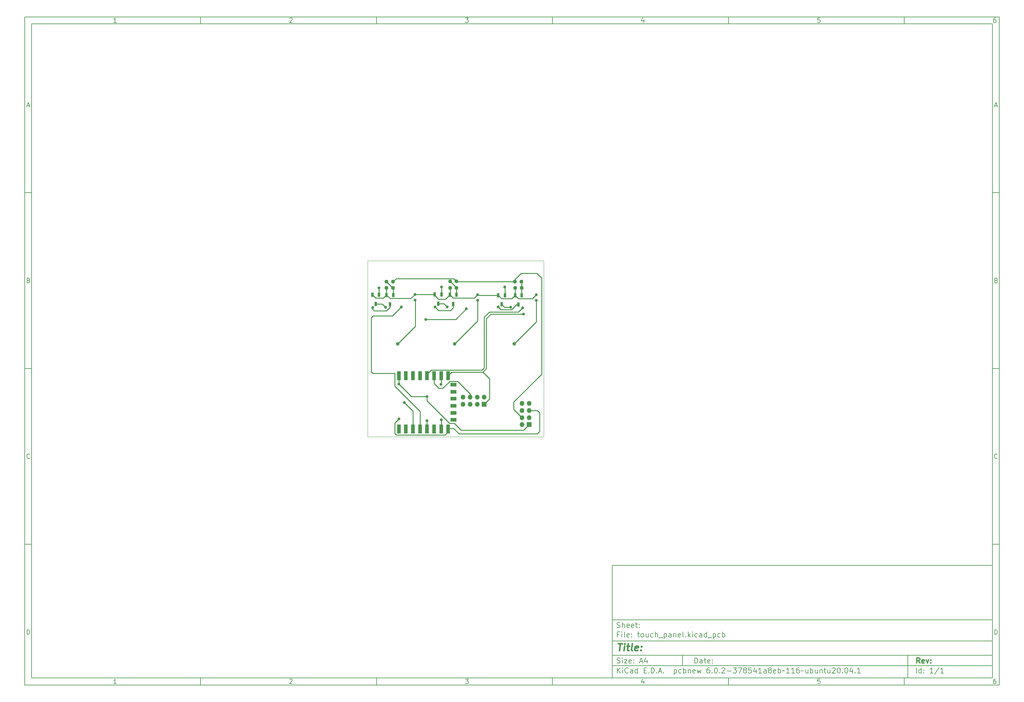
<source format=gbr>
%TF.GenerationSoftware,KiCad,Pcbnew,6.0.2-378541a8eb~116~ubuntu20.04.1*%
%TF.CreationDate,2022-03-13T21:59:14+03:30*%
%TF.ProjectId,touch_panel,746f7563-685f-4706-916e-656c2e6b6963,rev?*%
%TF.SameCoordinates,Original*%
%TF.FileFunction,Copper,L2,Bot*%
%TF.FilePolarity,Positive*%
%FSLAX46Y46*%
G04 Gerber Fmt 4.6, Leading zero omitted, Abs format (unit mm)*
G04 Created by KiCad (PCBNEW 6.0.2-378541a8eb~116~ubuntu20.04.1) date 2022-03-13 21:59:14*
%MOMM*%
%LPD*%
G01*
G04 APERTURE LIST*
G04 Aperture macros list*
%AMRoundRect*
0 Rectangle with rounded corners*
0 $1 Rounding radius*
0 $2 $3 $4 $5 $6 $7 $8 $9 X,Y pos of 4 corners*
0 Add a 4 corners polygon primitive as box body*
4,1,4,$2,$3,$4,$5,$6,$7,$8,$9,$2,$3,0*
0 Add four circle primitives for the rounded corners*
1,1,$1+$1,$2,$3*
1,1,$1+$1,$4,$5*
1,1,$1+$1,$6,$7*
1,1,$1+$1,$8,$9*
0 Add four rect primitives between the rounded corners*
20,1,$1+$1,$2,$3,$4,$5,0*
20,1,$1+$1,$4,$5,$6,$7,0*
20,1,$1+$1,$6,$7,$8,$9,0*
20,1,$1+$1,$8,$9,$2,$3,0*%
G04 Aperture macros list end*
%ADD10C,0.100000*%
%ADD11C,0.150000*%
%ADD12C,0.300000*%
%ADD13C,0.400000*%
%TA.AperFunction,Profile*%
%ADD14C,0.100000*%
%TD*%
%TA.AperFunction,ComponentPad*%
%ADD15C,1.000000*%
%TD*%
%TA.AperFunction,ComponentPad*%
%ADD16R,1.350000X1.350000*%
%TD*%
%TA.AperFunction,ComponentPad*%
%ADD17O,1.350000X1.350000*%
%TD*%
%TA.AperFunction,SMDPad,CuDef*%
%ADD18RoundRect,0.237500X-0.250000X-0.237500X0.250000X-0.237500X0.250000X0.237500X-0.250000X0.237500X0*%
%TD*%
%TA.AperFunction,SMDPad,CuDef*%
%ADD19R,0.650000X1.220000*%
%TD*%
%TA.AperFunction,SMDPad,CuDef*%
%ADD20RoundRect,0.237500X0.250000X0.237500X-0.250000X0.237500X-0.250000X-0.237500X0.250000X-0.237500X0*%
%TD*%
%TA.AperFunction,SMDPad,CuDef*%
%ADD21R,1.000000X2.500000*%
%TD*%
%TA.AperFunction,SMDPad,CuDef*%
%ADD22R,1.800000X1.000000*%
%TD*%
%TA.AperFunction,ViaPad*%
%ADD23C,0.800000*%
%TD*%
%TA.AperFunction,Conductor*%
%ADD24C,0.250000*%
%TD*%
G04 APERTURE END LIST*
D10*
D11*
X177002200Y-166007200D02*
X177002200Y-198007200D01*
X285002200Y-198007200D01*
X285002200Y-166007200D01*
X177002200Y-166007200D01*
D10*
D11*
X10000000Y-10000000D02*
X10000000Y-200007200D01*
X287002200Y-200007200D01*
X287002200Y-10000000D01*
X10000000Y-10000000D01*
D10*
D11*
X12000000Y-12000000D02*
X12000000Y-198007200D01*
X285002200Y-198007200D01*
X285002200Y-12000000D01*
X12000000Y-12000000D01*
D10*
D11*
X60000000Y-12000000D02*
X60000000Y-10000000D01*
D10*
D11*
X110000000Y-12000000D02*
X110000000Y-10000000D01*
D10*
D11*
X160000000Y-12000000D02*
X160000000Y-10000000D01*
D10*
D11*
X210000000Y-12000000D02*
X210000000Y-10000000D01*
D10*
D11*
X260000000Y-12000000D02*
X260000000Y-10000000D01*
D10*
D11*
X36065476Y-11588095D02*
X35322619Y-11588095D01*
X35694047Y-11588095D02*
X35694047Y-10288095D01*
X35570238Y-10473809D01*
X35446428Y-10597619D01*
X35322619Y-10659523D01*
D10*
D11*
X85322619Y-10411904D02*
X85384523Y-10350000D01*
X85508333Y-10288095D01*
X85817857Y-10288095D01*
X85941666Y-10350000D01*
X86003571Y-10411904D01*
X86065476Y-10535714D01*
X86065476Y-10659523D01*
X86003571Y-10845238D01*
X85260714Y-11588095D01*
X86065476Y-11588095D01*
D10*
D11*
X135260714Y-10288095D02*
X136065476Y-10288095D01*
X135632142Y-10783333D01*
X135817857Y-10783333D01*
X135941666Y-10845238D01*
X136003571Y-10907142D01*
X136065476Y-11030952D01*
X136065476Y-11340476D01*
X136003571Y-11464285D01*
X135941666Y-11526190D01*
X135817857Y-11588095D01*
X135446428Y-11588095D01*
X135322619Y-11526190D01*
X135260714Y-11464285D01*
D10*
D11*
X185941666Y-10721428D02*
X185941666Y-11588095D01*
X185632142Y-10226190D02*
X185322619Y-11154761D01*
X186127380Y-11154761D01*
D10*
D11*
X236003571Y-10288095D02*
X235384523Y-10288095D01*
X235322619Y-10907142D01*
X235384523Y-10845238D01*
X235508333Y-10783333D01*
X235817857Y-10783333D01*
X235941666Y-10845238D01*
X236003571Y-10907142D01*
X236065476Y-11030952D01*
X236065476Y-11340476D01*
X236003571Y-11464285D01*
X235941666Y-11526190D01*
X235817857Y-11588095D01*
X235508333Y-11588095D01*
X235384523Y-11526190D01*
X235322619Y-11464285D01*
D10*
D11*
X285941666Y-10288095D02*
X285694047Y-10288095D01*
X285570238Y-10350000D01*
X285508333Y-10411904D01*
X285384523Y-10597619D01*
X285322619Y-10845238D01*
X285322619Y-11340476D01*
X285384523Y-11464285D01*
X285446428Y-11526190D01*
X285570238Y-11588095D01*
X285817857Y-11588095D01*
X285941666Y-11526190D01*
X286003571Y-11464285D01*
X286065476Y-11340476D01*
X286065476Y-11030952D01*
X286003571Y-10907142D01*
X285941666Y-10845238D01*
X285817857Y-10783333D01*
X285570238Y-10783333D01*
X285446428Y-10845238D01*
X285384523Y-10907142D01*
X285322619Y-11030952D01*
D10*
D11*
X60000000Y-198007200D02*
X60000000Y-200007200D01*
D10*
D11*
X110000000Y-198007200D02*
X110000000Y-200007200D01*
D10*
D11*
X160000000Y-198007200D02*
X160000000Y-200007200D01*
D10*
D11*
X210000000Y-198007200D02*
X210000000Y-200007200D01*
D10*
D11*
X260000000Y-198007200D02*
X260000000Y-200007200D01*
D10*
D11*
X36065476Y-199595295D02*
X35322619Y-199595295D01*
X35694047Y-199595295D02*
X35694047Y-198295295D01*
X35570238Y-198481009D01*
X35446428Y-198604819D01*
X35322619Y-198666723D01*
D10*
D11*
X85322619Y-198419104D02*
X85384523Y-198357200D01*
X85508333Y-198295295D01*
X85817857Y-198295295D01*
X85941666Y-198357200D01*
X86003571Y-198419104D01*
X86065476Y-198542914D01*
X86065476Y-198666723D01*
X86003571Y-198852438D01*
X85260714Y-199595295D01*
X86065476Y-199595295D01*
D10*
D11*
X135260714Y-198295295D02*
X136065476Y-198295295D01*
X135632142Y-198790533D01*
X135817857Y-198790533D01*
X135941666Y-198852438D01*
X136003571Y-198914342D01*
X136065476Y-199038152D01*
X136065476Y-199347676D01*
X136003571Y-199471485D01*
X135941666Y-199533390D01*
X135817857Y-199595295D01*
X135446428Y-199595295D01*
X135322619Y-199533390D01*
X135260714Y-199471485D01*
D10*
D11*
X185941666Y-198728628D02*
X185941666Y-199595295D01*
X185632142Y-198233390D02*
X185322619Y-199161961D01*
X186127380Y-199161961D01*
D10*
D11*
X236003571Y-198295295D02*
X235384523Y-198295295D01*
X235322619Y-198914342D01*
X235384523Y-198852438D01*
X235508333Y-198790533D01*
X235817857Y-198790533D01*
X235941666Y-198852438D01*
X236003571Y-198914342D01*
X236065476Y-199038152D01*
X236065476Y-199347676D01*
X236003571Y-199471485D01*
X235941666Y-199533390D01*
X235817857Y-199595295D01*
X235508333Y-199595295D01*
X235384523Y-199533390D01*
X235322619Y-199471485D01*
D10*
D11*
X285941666Y-198295295D02*
X285694047Y-198295295D01*
X285570238Y-198357200D01*
X285508333Y-198419104D01*
X285384523Y-198604819D01*
X285322619Y-198852438D01*
X285322619Y-199347676D01*
X285384523Y-199471485D01*
X285446428Y-199533390D01*
X285570238Y-199595295D01*
X285817857Y-199595295D01*
X285941666Y-199533390D01*
X286003571Y-199471485D01*
X286065476Y-199347676D01*
X286065476Y-199038152D01*
X286003571Y-198914342D01*
X285941666Y-198852438D01*
X285817857Y-198790533D01*
X285570238Y-198790533D01*
X285446428Y-198852438D01*
X285384523Y-198914342D01*
X285322619Y-199038152D01*
D10*
D11*
X10000000Y-60000000D02*
X12000000Y-60000000D01*
D10*
D11*
X10000000Y-110000000D02*
X12000000Y-110000000D01*
D10*
D11*
X10000000Y-160000000D02*
X12000000Y-160000000D01*
D10*
D11*
X10690476Y-35216666D02*
X11309523Y-35216666D01*
X10566666Y-35588095D02*
X11000000Y-34288095D01*
X11433333Y-35588095D01*
D10*
D11*
X11092857Y-84907142D02*
X11278571Y-84969047D01*
X11340476Y-85030952D01*
X11402380Y-85154761D01*
X11402380Y-85340476D01*
X11340476Y-85464285D01*
X11278571Y-85526190D01*
X11154761Y-85588095D01*
X10659523Y-85588095D01*
X10659523Y-84288095D01*
X11092857Y-84288095D01*
X11216666Y-84350000D01*
X11278571Y-84411904D01*
X11340476Y-84535714D01*
X11340476Y-84659523D01*
X11278571Y-84783333D01*
X11216666Y-84845238D01*
X11092857Y-84907142D01*
X10659523Y-84907142D01*
D10*
D11*
X11402380Y-135464285D02*
X11340476Y-135526190D01*
X11154761Y-135588095D01*
X11030952Y-135588095D01*
X10845238Y-135526190D01*
X10721428Y-135402380D01*
X10659523Y-135278571D01*
X10597619Y-135030952D01*
X10597619Y-134845238D01*
X10659523Y-134597619D01*
X10721428Y-134473809D01*
X10845238Y-134350000D01*
X11030952Y-134288095D01*
X11154761Y-134288095D01*
X11340476Y-134350000D01*
X11402380Y-134411904D01*
D10*
D11*
X10659523Y-185588095D02*
X10659523Y-184288095D01*
X10969047Y-184288095D01*
X11154761Y-184350000D01*
X11278571Y-184473809D01*
X11340476Y-184597619D01*
X11402380Y-184845238D01*
X11402380Y-185030952D01*
X11340476Y-185278571D01*
X11278571Y-185402380D01*
X11154761Y-185526190D01*
X10969047Y-185588095D01*
X10659523Y-185588095D01*
D10*
D11*
X287002200Y-60000000D02*
X285002200Y-60000000D01*
D10*
D11*
X287002200Y-110000000D02*
X285002200Y-110000000D01*
D10*
D11*
X287002200Y-160000000D02*
X285002200Y-160000000D01*
D10*
D11*
X285692676Y-35216666D02*
X286311723Y-35216666D01*
X285568866Y-35588095D02*
X286002200Y-34288095D01*
X286435533Y-35588095D01*
D10*
D11*
X286095057Y-84907142D02*
X286280771Y-84969047D01*
X286342676Y-85030952D01*
X286404580Y-85154761D01*
X286404580Y-85340476D01*
X286342676Y-85464285D01*
X286280771Y-85526190D01*
X286156961Y-85588095D01*
X285661723Y-85588095D01*
X285661723Y-84288095D01*
X286095057Y-84288095D01*
X286218866Y-84350000D01*
X286280771Y-84411904D01*
X286342676Y-84535714D01*
X286342676Y-84659523D01*
X286280771Y-84783333D01*
X286218866Y-84845238D01*
X286095057Y-84907142D01*
X285661723Y-84907142D01*
D10*
D11*
X286404580Y-135464285D02*
X286342676Y-135526190D01*
X286156961Y-135588095D01*
X286033152Y-135588095D01*
X285847438Y-135526190D01*
X285723628Y-135402380D01*
X285661723Y-135278571D01*
X285599819Y-135030952D01*
X285599819Y-134845238D01*
X285661723Y-134597619D01*
X285723628Y-134473809D01*
X285847438Y-134350000D01*
X286033152Y-134288095D01*
X286156961Y-134288095D01*
X286342676Y-134350000D01*
X286404580Y-134411904D01*
D10*
D11*
X285661723Y-185588095D02*
X285661723Y-184288095D01*
X285971247Y-184288095D01*
X286156961Y-184350000D01*
X286280771Y-184473809D01*
X286342676Y-184597619D01*
X286404580Y-184845238D01*
X286404580Y-185030952D01*
X286342676Y-185278571D01*
X286280771Y-185402380D01*
X286156961Y-185526190D01*
X285971247Y-185588095D01*
X285661723Y-185588095D01*
D10*
D11*
X200434342Y-193785771D02*
X200434342Y-192285771D01*
X200791485Y-192285771D01*
X201005771Y-192357200D01*
X201148628Y-192500057D01*
X201220057Y-192642914D01*
X201291485Y-192928628D01*
X201291485Y-193142914D01*
X201220057Y-193428628D01*
X201148628Y-193571485D01*
X201005771Y-193714342D01*
X200791485Y-193785771D01*
X200434342Y-193785771D01*
X202577200Y-193785771D02*
X202577200Y-193000057D01*
X202505771Y-192857200D01*
X202362914Y-192785771D01*
X202077200Y-192785771D01*
X201934342Y-192857200D01*
X202577200Y-193714342D02*
X202434342Y-193785771D01*
X202077200Y-193785771D01*
X201934342Y-193714342D01*
X201862914Y-193571485D01*
X201862914Y-193428628D01*
X201934342Y-193285771D01*
X202077200Y-193214342D01*
X202434342Y-193214342D01*
X202577200Y-193142914D01*
X203077200Y-192785771D02*
X203648628Y-192785771D01*
X203291485Y-192285771D02*
X203291485Y-193571485D01*
X203362914Y-193714342D01*
X203505771Y-193785771D01*
X203648628Y-193785771D01*
X204720057Y-193714342D02*
X204577200Y-193785771D01*
X204291485Y-193785771D01*
X204148628Y-193714342D01*
X204077200Y-193571485D01*
X204077200Y-193000057D01*
X204148628Y-192857200D01*
X204291485Y-192785771D01*
X204577200Y-192785771D01*
X204720057Y-192857200D01*
X204791485Y-193000057D01*
X204791485Y-193142914D01*
X204077200Y-193285771D01*
X205434342Y-193642914D02*
X205505771Y-193714342D01*
X205434342Y-193785771D01*
X205362914Y-193714342D01*
X205434342Y-193642914D01*
X205434342Y-193785771D01*
X205434342Y-192857200D02*
X205505771Y-192928628D01*
X205434342Y-193000057D01*
X205362914Y-192928628D01*
X205434342Y-192857200D01*
X205434342Y-193000057D01*
D10*
D11*
X177002200Y-194507200D02*
X285002200Y-194507200D01*
D10*
D11*
X178434342Y-196585771D02*
X178434342Y-195085771D01*
X179291485Y-196585771D02*
X178648628Y-195728628D01*
X179291485Y-195085771D02*
X178434342Y-195942914D01*
X179934342Y-196585771D02*
X179934342Y-195585771D01*
X179934342Y-195085771D02*
X179862914Y-195157200D01*
X179934342Y-195228628D01*
X180005771Y-195157200D01*
X179934342Y-195085771D01*
X179934342Y-195228628D01*
X181505771Y-196442914D02*
X181434342Y-196514342D01*
X181220057Y-196585771D01*
X181077200Y-196585771D01*
X180862914Y-196514342D01*
X180720057Y-196371485D01*
X180648628Y-196228628D01*
X180577200Y-195942914D01*
X180577200Y-195728628D01*
X180648628Y-195442914D01*
X180720057Y-195300057D01*
X180862914Y-195157200D01*
X181077200Y-195085771D01*
X181220057Y-195085771D01*
X181434342Y-195157200D01*
X181505771Y-195228628D01*
X182791485Y-196585771D02*
X182791485Y-195800057D01*
X182720057Y-195657200D01*
X182577200Y-195585771D01*
X182291485Y-195585771D01*
X182148628Y-195657200D01*
X182791485Y-196514342D02*
X182648628Y-196585771D01*
X182291485Y-196585771D01*
X182148628Y-196514342D01*
X182077200Y-196371485D01*
X182077200Y-196228628D01*
X182148628Y-196085771D01*
X182291485Y-196014342D01*
X182648628Y-196014342D01*
X182791485Y-195942914D01*
X184148628Y-196585771D02*
X184148628Y-195085771D01*
X184148628Y-196514342D02*
X184005771Y-196585771D01*
X183720057Y-196585771D01*
X183577200Y-196514342D01*
X183505771Y-196442914D01*
X183434342Y-196300057D01*
X183434342Y-195871485D01*
X183505771Y-195728628D01*
X183577200Y-195657200D01*
X183720057Y-195585771D01*
X184005771Y-195585771D01*
X184148628Y-195657200D01*
X186005771Y-195800057D02*
X186505771Y-195800057D01*
X186720057Y-196585771D02*
X186005771Y-196585771D01*
X186005771Y-195085771D01*
X186720057Y-195085771D01*
X187362914Y-196442914D02*
X187434342Y-196514342D01*
X187362914Y-196585771D01*
X187291485Y-196514342D01*
X187362914Y-196442914D01*
X187362914Y-196585771D01*
X188077200Y-196585771D02*
X188077200Y-195085771D01*
X188434342Y-195085771D01*
X188648628Y-195157200D01*
X188791485Y-195300057D01*
X188862914Y-195442914D01*
X188934342Y-195728628D01*
X188934342Y-195942914D01*
X188862914Y-196228628D01*
X188791485Y-196371485D01*
X188648628Y-196514342D01*
X188434342Y-196585771D01*
X188077200Y-196585771D01*
X189577200Y-196442914D02*
X189648628Y-196514342D01*
X189577200Y-196585771D01*
X189505771Y-196514342D01*
X189577200Y-196442914D01*
X189577200Y-196585771D01*
X190220057Y-196157200D02*
X190934342Y-196157200D01*
X190077200Y-196585771D02*
X190577200Y-195085771D01*
X191077200Y-196585771D01*
X191577200Y-196442914D02*
X191648628Y-196514342D01*
X191577200Y-196585771D01*
X191505771Y-196514342D01*
X191577200Y-196442914D01*
X191577200Y-196585771D01*
X194577200Y-195585771D02*
X194577200Y-197085771D01*
X194577200Y-195657200D02*
X194720057Y-195585771D01*
X195005771Y-195585771D01*
X195148628Y-195657200D01*
X195220057Y-195728628D01*
X195291485Y-195871485D01*
X195291485Y-196300057D01*
X195220057Y-196442914D01*
X195148628Y-196514342D01*
X195005771Y-196585771D01*
X194720057Y-196585771D01*
X194577200Y-196514342D01*
X196577200Y-196514342D02*
X196434342Y-196585771D01*
X196148628Y-196585771D01*
X196005771Y-196514342D01*
X195934342Y-196442914D01*
X195862914Y-196300057D01*
X195862914Y-195871485D01*
X195934342Y-195728628D01*
X196005771Y-195657200D01*
X196148628Y-195585771D01*
X196434342Y-195585771D01*
X196577200Y-195657200D01*
X197220057Y-196585771D02*
X197220057Y-195085771D01*
X197220057Y-195657200D02*
X197362914Y-195585771D01*
X197648628Y-195585771D01*
X197791485Y-195657200D01*
X197862914Y-195728628D01*
X197934342Y-195871485D01*
X197934342Y-196300057D01*
X197862914Y-196442914D01*
X197791485Y-196514342D01*
X197648628Y-196585771D01*
X197362914Y-196585771D01*
X197220057Y-196514342D01*
X198577200Y-195585771D02*
X198577200Y-196585771D01*
X198577200Y-195728628D02*
X198648628Y-195657200D01*
X198791485Y-195585771D01*
X199005771Y-195585771D01*
X199148628Y-195657200D01*
X199220057Y-195800057D01*
X199220057Y-196585771D01*
X200505771Y-196514342D02*
X200362914Y-196585771D01*
X200077200Y-196585771D01*
X199934342Y-196514342D01*
X199862914Y-196371485D01*
X199862914Y-195800057D01*
X199934342Y-195657200D01*
X200077200Y-195585771D01*
X200362914Y-195585771D01*
X200505771Y-195657200D01*
X200577200Y-195800057D01*
X200577200Y-195942914D01*
X199862914Y-196085771D01*
X201077200Y-195585771D02*
X201362914Y-196585771D01*
X201648628Y-195871485D01*
X201934342Y-196585771D01*
X202220057Y-195585771D01*
X204577200Y-195085771D02*
X204291485Y-195085771D01*
X204148628Y-195157200D01*
X204077200Y-195228628D01*
X203934342Y-195442914D01*
X203862914Y-195728628D01*
X203862914Y-196300057D01*
X203934342Y-196442914D01*
X204005771Y-196514342D01*
X204148628Y-196585771D01*
X204434342Y-196585771D01*
X204577200Y-196514342D01*
X204648628Y-196442914D01*
X204720057Y-196300057D01*
X204720057Y-195942914D01*
X204648628Y-195800057D01*
X204577200Y-195728628D01*
X204434342Y-195657200D01*
X204148628Y-195657200D01*
X204005771Y-195728628D01*
X203934342Y-195800057D01*
X203862914Y-195942914D01*
X205362914Y-196442914D02*
X205434342Y-196514342D01*
X205362914Y-196585771D01*
X205291485Y-196514342D01*
X205362914Y-196442914D01*
X205362914Y-196585771D01*
X206362914Y-195085771D02*
X206505771Y-195085771D01*
X206648628Y-195157200D01*
X206720057Y-195228628D01*
X206791485Y-195371485D01*
X206862914Y-195657200D01*
X206862914Y-196014342D01*
X206791485Y-196300057D01*
X206720057Y-196442914D01*
X206648628Y-196514342D01*
X206505771Y-196585771D01*
X206362914Y-196585771D01*
X206220057Y-196514342D01*
X206148628Y-196442914D01*
X206077200Y-196300057D01*
X206005771Y-196014342D01*
X206005771Y-195657200D01*
X206077200Y-195371485D01*
X206148628Y-195228628D01*
X206220057Y-195157200D01*
X206362914Y-195085771D01*
X207505771Y-196442914D02*
X207577200Y-196514342D01*
X207505771Y-196585771D01*
X207434342Y-196514342D01*
X207505771Y-196442914D01*
X207505771Y-196585771D01*
X208148628Y-195228628D02*
X208220057Y-195157200D01*
X208362914Y-195085771D01*
X208720057Y-195085771D01*
X208862914Y-195157200D01*
X208934342Y-195228628D01*
X209005771Y-195371485D01*
X209005771Y-195514342D01*
X208934342Y-195728628D01*
X208077200Y-196585771D01*
X209005771Y-196585771D01*
X209648628Y-196014342D02*
X210791485Y-196014342D01*
X211362914Y-195085771D02*
X212291485Y-195085771D01*
X211791485Y-195657200D01*
X212005771Y-195657200D01*
X212148628Y-195728628D01*
X212220057Y-195800057D01*
X212291485Y-195942914D01*
X212291485Y-196300057D01*
X212220057Y-196442914D01*
X212148628Y-196514342D01*
X212005771Y-196585771D01*
X211577200Y-196585771D01*
X211434342Y-196514342D01*
X211362914Y-196442914D01*
X212791485Y-195085771D02*
X213791485Y-195085771D01*
X213148628Y-196585771D01*
X214577200Y-195728628D02*
X214434342Y-195657200D01*
X214362914Y-195585771D01*
X214291485Y-195442914D01*
X214291485Y-195371485D01*
X214362914Y-195228628D01*
X214434342Y-195157200D01*
X214577200Y-195085771D01*
X214862914Y-195085771D01*
X215005771Y-195157200D01*
X215077200Y-195228628D01*
X215148628Y-195371485D01*
X215148628Y-195442914D01*
X215077200Y-195585771D01*
X215005771Y-195657200D01*
X214862914Y-195728628D01*
X214577200Y-195728628D01*
X214434342Y-195800057D01*
X214362914Y-195871485D01*
X214291485Y-196014342D01*
X214291485Y-196300057D01*
X214362914Y-196442914D01*
X214434342Y-196514342D01*
X214577200Y-196585771D01*
X214862914Y-196585771D01*
X215005771Y-196514342D01*
X215077200Y-196442914D01*
X215148628Y-196300057D01*
X215148628Y-196014342D01*
X215077200Y-195871485D01*
X215005771Y-195800057D01*
X214862914Y-195728628D01*
X216505771Y-195085771D02*
X215791485Y-195085771D01*
X215720057Y-195800057D01*
X215791485Y-195728628D01*
X215934342Y-195657200D01*
X216291485Y-195657200D01*
X216434342Y-195728628D01*
X216505771Y-195800057D01*
X216577200Y-195942914D01*
X216577200Y-196300057D01*
X216505771Y-196442914D01*
X216434342Y-196514342D01*
X216291485Y-196585771D01*
X215934342Y-196585771D01*
X215791485Y-196514342D01*
X215720057Y-196442914D01*
X217862914Y-195585771D02*
X217862914Y-196585771D01*
X217505771Y-195014342D02*
X217148628Y-196085771D01*
X218077200Y-196085771D01*
X219434342Y-196585771D02*
X218577200Y-196585771D01*
X219005771Y-196585771D02*
X219005771Y-195085771D01*
X218862914Y-195300057D01*
X218720057Y-195442914D01*
X218577200Y-195514342D01*
X220720057Y-196585771D02*
X220720057Y-195800057D01*
X220648628Y-195657200D01*
X220505771Y-195585771D01*
X220220057Y-195585771D01*
X220077200Y-195657200D01*
X220720057Y-196514342D02*
X220577200Y-196585771D01*
X220220057Y-196585771D01*
X220077200Y-196514342D01*
X220005771Y-196371485D01*
X220005771Y-196228628D01*
X220077200Y-196085771D01*
X220220057Y-196014342D01*
X220577200Y-196014342D01*
X220720057Y-195942914D01*
X221648628Y-195728628D02*
X221505771Y-195657200D01*
X221434342Y-195585771D01*
X221362914Y-195442914D01*
X221362914Y-195371485D01*
X221434342Y-195228628D01*
X221505771Y-195157200D01*
X221648628Y-195085771D01*
X221934342Y-195085771D01*
X222077200Y-195157200D01*
X222148628Y-195228628D01*
X222220057Y-195371485D01*
X222220057Y-195442914D01*
X222148628Y-195585771D01*
X222077200Y-195657200D01*
X221934342Y-195728628D01*
X221648628Y-195728628D01*
X221505771Y-195800057D01*
X221434342Y-195871485D01*
X221362914Y-196014342D01*
X221362914Y-196300057D01*
X221434342Y-196442914D01*
X221505771Y-196514342D01*
X221648628Y-196585771D01*
X221934342Y-196585771D01*
X222077200Y-196514342D01*
X222148628Y-196442914D01*
X222220057Y-196300057D01*
X222220057Y-196014342D01*
X222148628Y-195871485D01*
X222077200Y-195800057D01*
X221934342Y-195728628D01*
X223434342Y-196514342D02*
X223291485Y-196585771D01*
X223005771Y-196585771D01*
X222862914Y-196514342D01*
X222791485Y-196371485D01*
X222791485Y-195800057D01*
X222862914Y-195657200D01*
X223005771Y-195585771D01*
X223291485Y-195585771D01*
X223434342Y-195657200D01*
X223505771Y-195800057D01*
X223505771Y-195942914D01*
X222791485Y-196085771D01*
X224148628Y-196585771D02*
X224148628Y-195085771D01*
X224148628Y-195657200D02*
X224291485Y-195585771D01*
X224577199Y-195585771D01*
X224720057Y-195657200D01*
X224791485Y-195728628D01*
X224862914Y-195871485D01*
X224862914Y-196300057D01*
X224791485Y-196442914D01*
X224720057Y-196514342D01*
X224577199Y-196585771D01*
X224291485Y-196585771D01*
X224148628Y-196514342D01*
X225291485Y-196014342D02*
X225362914Y-195942914D01*
X225505771Y-195871485D01*
X225791485Y-196014342D01*
X225934342Y-195942914D01*
X226005771Y-195871485D01*
X227362914Y-196585771D02*
X226505771Y-196585771D01*
X226934342Y-196585771D02*
X226934342Y-195085771D01*
X226791485Y-195300057D01*
X226648628Y-195442914D01*
X226505771Y-195514342D01*
X228791485Y-196585771D02*
X227934342Y-196585771D01*
X228362914Y-196585771D02*
X228362914Y-195085771D01*
X228220057Y-195300057D01*
X228077199Y-195442914D01*
X227934342Y-195514342D01*
X230077199Y-195085771D02*
X229791485Y-195085771D01*
X229648628Y-195157200D01*
X229577199Y-195228628D01*
X229434342Y-195442914D01*
X229362914Y-195728628D01*
X229362914Y-196300057D01*
X229434342Y-196442914D01*
X229505771Y-196514342D01*
X229648628Y-196585771D01*
X229934342Y-196585771D01*
X230077199Y-196514342D01*
X230148628Y-196442914D01*
X230220057Y-196300057D01*
X230220057Y-195942914D01*
X230148628Y-195800057D01*
X230077199Y-195728628D01*
X229934342Y-195657200D01*
X229648628Y-195657200D01*
X229505771Y-195728628D01*
X229434342Y-195800057D01*
X229362914Y-195942914D01*
X230648628Y-196014342D02*
X230720057Y-195942914D01*
X230862914Y-195871485D01*
X231148628Y-196014342D01*
X231291485Y-195942914D01*
X231362914Y-195871485D01*
X232577199Y-195585771D02*
X232577199Y-196585771D01*
X231934342Y-195585771D02*
X231934342Y-196371485D01*
X232005771Y-196514342D01*
X232148628Y-196585771D01*
X232362914Y-196585771D01*
X232505771Y-196514342D01*
X232577199Y-196442914D01*
X233291485Y-196585771D02*
X233291485Y-195085771D01*
X233291485Y-195657200D02*
X233434342Y-195585771D01*
X233720057Y-195585771D01*
X233862914Y-195657200D01*
X233934342Y-195728628D01*
X234005771Y-195871485D01*
X234005771Y-196300057D01*
X233934342Y-196442914D01*
X233862914Y-196514342D01*
X233720057Y-196585771D01*
X233434342Y-196585771D01*
X233291485Y-196514342D01*
X235291485Y-195585771D02*
X235291485Y-196585771D01*
X234648628Y-195585771D02*
X234648628Y-196371485D01*
X234720057Y-196514342D01*
X234862914Y-196585771D01*
X235077199Y-196585771D01*
X235220057Y-196514342D01*
X235291485Y-196442914D01*
X236005771Y-195585771D02*
X236005771Y-196585771D01*
X236005771Y-195728628D02*
X236077199Y-195657200D01*
X236220057Y-195585771D01*
X236434342Y-195585771D01*
X236577199Y-195657200D01*
X236648628Y-195800057D01*
X236648628Y-196585771D01*
X237148628Y-195585771D02*
X237720057Y-195585771D01*
X237362914Y-195085771D02*
X237362914Y-196371485D01*
X237434342Y-196514342D01*
X237577200Y-196585771D01*
X237720057Y-196585771D01*
X238862914Y-195585771D02*
X238862914Y-196585771D01*
X238220057Y-195585771D02*
X238220057Y-196371485D01*
X238291485Y-196514342D01*
X238434342Y-196585771D01*
X238648628Y-196585771D01*
X238791485Y-196514342D01*
X238862914Y-196442914D01*
X239505771Y-195228628D02*
X239577200Y-195157200D01*
X239720057Y-195085771D01*
X240077200Y-195085771D01*
X240220057Y-195157200D01*
X240291485Y-195228628D01*
X240362914Y-195371485D01*
X240362914Y-195514342D01*
X240291485Y-195728628D01*
X239434342Y-196585771D01*
X240362914Y-196585771D01*
X241291485Y-195085771D02*
X241434342Y-195085771D01*
X241577199Y-195157200D01*
X241648628Y-195228628D01*
X241720057Y-195371485D01*
X241791485Y-195657200D01*
X241791485Y-196014342D01*
X241720057Y-196300057D01*
X241648628Y-196442914D01*
X241577199Y-196514342D01*
X241434342Y-196585771D01*
X241291485Y-196585771D01*
X241148628Y-196514342D01*
X241077199Y-196442914D01*
X241005771Y-196300057D01*
X240934342Y-196014342D01*
X240934342Y-195657200D01*
X241005771Y-195371485D01*
X241077199Y-195228628D01*
X241148628Y-195157200D01*
X241291485Y-195085771D01*
X242434342Y-196442914D02*
X242505771Y-196514342D01*
X242434342Y-196585771D01*
X242362914Y-196514342D01*
X242434342Y-196442914D01*
X242434342Y-196585771D01*
X243434342Y-195085771D02*
X243577199Y-195085771D01*
X243720057Y-195157200D01*
X243791485Y-195228628D01*
X243862914Y-195371485D01*
X243934342Y-195657200D01*
X243934342Y-196014342D01*
X243862914Y-196300057D01*
X243791485Y-196442914D01*
X243720057Y-196514342D01*
X243577199Y-196585771D01*
X243434342Y-196585771D01*
X243291485Y-196514342D01*
X243220057Y-196442914D01*
X243148628Y-196300057D01*
X243077199Y-196014342D01*
X243077199Y-195657200D01*
X243148628Y-195371485D01*
X243220057Y-195228628D01*
X243291485Y-195157200D01*
X243434342Y-195085771D01*
X245220057Y-195585771D02*
X245220057Y-196585771D01*
X244862914Y-195014342D02*
X244505771Y-196085771D01*
X245434342Y-196085771D01*
X246005771Y-196442914D02*
X246077200Y-196514342D01*
X246005771Y-196585771D01*
X245934342Y-196514342D01*
X246005771Y-196442914D01*
X246005771Y-196585771D01*
X247505771Y-196585771D02*
X246648628Y-196585771D01*
X247077200Y-196585771D02*
X247077200Y-195085771D01*
X246934342Y-195300057D01*
X246791485Y-195442914D01*
X246648628Y-195514342D01*
D10*
D11*
X177002200Y-191507200D02*
X285002200Y-191507200D01*
D10*
D12*
X264411485Y-193785771D02*
X263911485Y-193071485D01*
X263554342Y-193785771D02*
X263554342Y-192285771D01*
X264125771Y-192285771D01*
X264268628Y-192357200D01*
X264340057Y-192428628D01*
X264411485Y-192571485D01*
X264411485Y-192785771D01*
X264340057Y-192928628D01*
X264268628Y-193000057D01*
X264125771Y-193071485D01*
X263554342Y-193071485D01*
X265625771Y-193714342D02*
X265482914Y-193785771D01*
X265197200Y-193785771D01*
X265054342Y-193714342D01*
X264982914Y-193571485D01*
X264982914Y-193000057D01*
X265054342Y-192857200D01*
X265197200Y-192785771D01*
X265482914Y-192785771D01*
X265625771Y-192857200D01*
X265697200Y-193000057D01*
X265697200Y-193142914D01*
X264982914Y-193285771D01*
X266197200Y-192785771D02*
X266554342Y-193785771D01*
X266911485Y-192785771D01*
X267482914Y-193642914D02*
X267554342Y-193714342D01*
X267482914Y-193785771D01*
X267411485Y-193714342D01*
X267482914Y-193642914D01*
X267482914Y-193785771D01*
X267482914Y-192857200D02*
X267554342Y-192928628D01*
X267482914Y-193000057D01*
X267411485Y-192928628D01*
X267482914Y-192857200D01*
X267482914Y-193000057D01*
D10*
D11*
X178362914Y-193714342D02*
X178577200Y-193785771D01*
X178934342Y-193785771D01*
X179077200Y-193714342D01*
X179148628Y-193642914D01*
X179220057Y-193500057D01*
X179220057Y-193357200D01*
X179148628Y-193214342D01*
X179077200Y-193142914D01*
X178934342Y-193071485D01*
X178648628Y-193000057D01*
X178505771Y-192928628D01*
X178434342Y-192857200D01*
X178362914Y-192714342D01*
X178362914Y-192571485D01*
X178434342Y-192428628D01*
X178505771Y-192357200D01*
X178648628Y-192285771D01*
X179005771Y-192285771D01*
X179220057Y-192357200D01*
X179862914Y-193785771D02*
X179862914Y-192785771D01*
X179862914Y-192285771D02*
X179791485Y-192357200D01*
X179862914Y-192428628D01*
X179934342Y-192357200D01*
X179862914Y-192285771D01*
X179862914Y-192428628D01*
X180434342Y-192785771D02*
X181220057Y-192785771D01*
X180434342Y-193785771D01*
X181220057Y-193785771D01*
X182362914Y-193714342D02*
X182220057Y-193785771D01*
X181934342Y-193785771D01*
X181791485Y-193714342D01*
X181720057Y-193571485D01*
X181720057Y-193000057D01*
X181791485Y-192857200D01*
X181934342Y-192785771D01*
X182220057Y-192785771D01*
X182362914Y-192857200D01*
X182434342Y-193000057D01*
X182434342Y-193142914D01*
X181720057Y-193285771D01*
X183077200Y-193642914D02*
X183148628Y-193714342D01*
X183077200Y-193785771D01*
X183005771Y-193714342D01*
X183077200Y-193642914D01*
X183077200Y-193785771D01*
X183077200Y-192857200D02*
X183148628Y-192928628D01*
X183077200Y-193000057D01*
X183005771Y-192928628D01*
X183077200Y-192857200D01*
X183077200Y-193000057D01*
X184862914Y-193357200D02*
X185577200Y-193357200D01*
X184720057Y-193785771D02*
X185220057Y-192285771D01*
X185720057Y-193785771D01*
X186862914Y-192785771D02*
X186862914Y-193785771D01*
X186505771Y-192214342D02*
X186148628Y-193285771D01*
X187077200Y-193285771D01*
D10*
D11*
X263434342Y-196585771D02*
X263434342Y-195085771D01*
X264791485Y-196585771D02*
X264791485Y-195085771D01*
X264791485Y-196514342D02*
X264648628Y-196585771D01*
X264362914Y-196585771D01*
X264220057Y-196514342D01*
X264148628Y-196442914D01*
X264077200Y-196300057D01*
X264077200Y-195871485D01*
X264148628Y-195728628D01*
X264220057Y-195657200D01*
X264362914Y-195585771D01*
X264648628Y-195585771D01*
X264791485Y-195657200D01*
X265505771Y-196442914D02*
X265577200Y-196514342D01*
X265505771Y-196585771D01*
X265434342Y-196514342D01*
X265505771Y-196442914D01*
X265505771Y-196585771D01*
X265505771Y-195657200D02*
X265577200Y-195728628D01*
X265505771Y-195800057D01*
X265434342Y-195728628D01*
X265505771Y-195657200D01*
X265505771Y-195800057D01*
X268148628Y-196585771D02*
X267291485Y-196585771D01*
X267720057Y-196585771D02*
X267720057Y-195085771D01*
X267577200Y-195300057D01*
X267434342Y-195442914D01*
X267291485Y-195514342D01*
X269862914Y-195014342D02*
X268577200Y-196942914D01*
X271148628Y-196585771D02*
X270291485Y-196585771D01*
X270720057Y-196585771D02*
X270720057Y-195085771D01*
X270577200Y-195300057D01*
X270434342Y-195442914D01*
X270291485Y-195514342D01*
D10*
D11*
X177002200Y-187507200D02*
X285002200Y-187507200D01*
D10*
D13*
X178714580Y-188211961D02*
X179857438Y-188211961D01*
X179036009Y-190211961D02*
X179286009Y-188211961D01*
X180274104Y-190211961D02*
X180440771Y-188878628D01*
X180524104Y-188211961D02*
X180416961Y-188307200D01*
X180500295Y-188402438D01*
X180607438Y-188307200D01*
X180524104Y-188211961D01*
X180500295Y-188402438D01*
X181107438Y-188878628D02*
X181869342Y-188878628D01*
X181476485Y-188211961D02*
X181262200Y-189926247D01*
X181333628Y-190116723D01*
X181512200Y-190211961D01*
X181702676Y-190211961D01*
X182655057Y-190211961D02*
X182476485Y-190116723D01*
X182405057Y-189926247D01*
X182619342Y-188211961D01*
X184190771Y-190116723D02*
X183988390Y-190211961D01*
X183607438Y-190211961D01*
X183428866Y-190116723D01*
X183357438Y-189926247D01*
X183452676Y-189164342D01*
X183571723Y-188973866D01*
X183774104Y-188878628D01*
X184155057Y-188878628D01*
X184333628Y-188973866D01*
X184405057Y-189164342D01*
X184381247Y-189354819D01*
X183405057Y-189545295D01*
X185155057Y-190021485D02*
X185238390Y-190116723D01*
X185131247Y-190211961D01*
X185047914Y-190116723D01*
X185155057Y-190021485D01*
X185131247Y-190211961D01*
X185286009Y-188973866D02*
X185369342Y-189069104D01*
X185262200Y-189164342D01*
X185178866Y-189069104D01*
X185286009Y-188973866D01*
X185262200Y-189164342D01*
D10*
D11*
X178934342Y-185600057D02*
X178434342Y-185600057D01*
X178434342Y-186385771D02*
X178434342Y-184885771D01*
X179148628Y-184885771D01*
X179720057Y-186385771D02*
X179720057Y-185385771D01*
X179720057Y-184885771D02*
X179648628Y-184957200D01*
X179720057Y-185028628D01*
X179791485Y-184957200D01*
X179720057Y-184885771D01*
X179720057Y-185028628D01*
X180648628Y-186385771D02*
X180505771Y-186314342D01*
X180434342Y-186171485D01*
X180434342Y-184885771D01*
X181791485Y-186314342D02*
X181648628Y-186385771D01*
X181362914Y-186385771D01*
X181220057Y-186314342D01*
X181148628Y-186171485D01*
X181148628Y-185600057D01*
X181220057Y-185457200D01*
X181362914Y-185385771D01*
X181648628Y-185385771D01*
X181791485Y-185457200D01*
X181862914Y-185600057D01*
X181862914Y-185742914D01*
X181148628Y-185885771D01*
X182505771Y-186242914D02*
X182577200Y-186314342D01*
X182505771Y-186385771D01*
X182434342Y-186314342D01*
X182505771Y-186242914D01*
X182505771Y-186385771D01*
X182505771Y-185457200D02*
X182577200Y-185528628D01*
X182505771Y-185600057D01*
X182434342Y-185528628D01*
X182505771Y-185457200D01*
X182505771Y-185600057D01*
X184148628Y-185385771D02*
X184720057Y-185385771D01*
X184362914Y-184885771D02*
X184362914Y-186171485D01*
X184434342Y-186314342D01*
X184577200Y-186385771D01*
X184720057Y-186385771D01*
X185434342Y-186385771D02*
X185291485Y-186314342D01*
X185220057Y-186242914D01*
X185148628Y-186100057D01*
X185148628Y-185671485D01*
X185220057Y-185528628D01*
X185291485Y-185457200D01*
X185434342Y-185385771D01*
X185648628Y-185385771D01*
X185791485Y-185457200D01*
X185862914Y-185528628D01*
X185934342Y-185671485D01*
X185934342Y-186100057D01*
X185862914Y-186242914D01*
X185791485Y-186314342D01*
X185648628Y-186385771D01*
X185434342Y-186385771D01*
X187220057Y-185385771D02*
X187220057Y-186385771D01*
X186577200Y-185385771D02*
X186577200Y-186171485D01*
X186648628Y-186314342D01*
X186791485Y-186385771D01*
X187005771Y-186385771D01*
X187148628Y-186314342D01*
X187220057Y-186242914D01*
X188577200Y-186314342D02*
X188434342Y-186385771D01*
X188148628Y-186385771D01*
X188005771Y-186314342D01*
X187934342Y-186242914D01*
X187862914Y-186100057D01*
X187862914Y-185671485D01*
X187934342Y-185528628D01*
X188005771Y-185457200D01*
X188148628Y-185385771D01*
X188434342Y-185385771D01*
X188577200Y-185457200D01*
X189220057Y-186385771D02*
X189220057Y-184885771D01*
X189862914Y-186385771D02*
X189862914Y-185600057D01*
X189791485Y-185457200D01*
X189648628Y-185385771D01*
X189434342Y-185385771D01*
X189291485Y-185457200D01*
X189220057Y-185528628D01*
X190220057Y-186528628D02*
X191362914Y-186528628D01*
X191720057Y-185385771D02*
X191720057Y-186885771D01*
X191720057Y-185457200D02*
X191862914Y-185385771D01*
X192148628Y-185385771D01*
X192291485Y-185457200D01*
X192362914Y-185528628D01*
X192434342Y-185671485D01*
X192434342Y-186100057D01*
X192362914Y-186242914D01*
X192291485Y-186314342D01*
X192148628Y-186385771D01*
X191862914Y-186385771D01*
X191720057Y-186314342D01*
X193720057Y-186385771D02*
X193720057Y-185600057D01*
X193648628Y-185457200D01*
X193505771Y-185385771D01*
X193220057Y-185385771D01*
X193077200Y-185457200D01*
X193720057Y-186314342D02*
X193577200Y-186385771D01*
X193220057Y-186385771D01*
X193077200Y-186314342D01*
X193005771Y-186171485D01*
X193005771Y-186028628D01*
X193077200Y-185885771D01*
X193220057Y-185814342D01*
X193577200Y-185814342D01*
X193720057Y-185742914D01*
X194434342Y-185385771D02*
X194434342Y-186385771D01*
X194434342Y-185528628D02*
X194505771Y-185457200D01*
X194648628Y-185385771D01*
X194862914Y-185385771D01*
X195005771Y-185457200D01*
X195077200Y-185600057D01*
X195077200Y-186385771D01*
X196362914Y-186314342D02*
X196220057Y-186385771D01*
X195934342Y-186385771D01*
X195791485Y-186314342D01*
X195720057Y-186171485D01*
X195720057Y-185600057D01*
X195791485Y-185457200D01*
X195934342Y-185385771D01*
X196220057Y-185385771D01*
X196362914Y-185457200D01*
X196434342Y-185600057D01*
X196434342Y-185742914D01*
X195720057Y-185885771D01*
X197291485Y-186385771D02*
X197148628Y-186314342D01*
X197077200Y-186171485D01*
X197077200Y-184885771D01*
X197862914Y-186242914D02*
X197934342Y-186314342D01*
X197862914Y-186385771D01*
X197791485Y-186314342D01*
X197862914Y-186242914D01*
X197862914Y-186385771D01*
X198577200Y-186385771D02*
X198577200Y-184885771D01*
X198720057Y-185814342D02*
X199148628Y-186385771D01*
X199148628Y-185385771D02*
X198577200Y-185957200D01*
X199791485Y-186385771D02*
X199791485Y-185385771D01*
X199791485Y-184885771D02*
X199720057Y-184957200D01*
X199791485Y-185028628D01*
X199862914Y-184957200D01*
X199791485Y-184885771D01*
X199791485Y-185028628D01*
X201148628Y-186314342D02*
X201005771Y-186385771D01*
X200720057Y-186385771D01*
X200577200Y-186314342D01*
X200505771Y-186242914D01*
X200434342Y-186100057D01*
X200434342Y-185671485D01*
X200505771Y-185528628D01*
X200577200Y-185457200D01*
X200720057Y-185385771D01*
X201005771Y-185385771D01*
X201148628Y-185457200D01*
X202434342Y-186385771D02*
X202434342Y-185600057D01*
X202362914Y-185457200D01*
X202220057Y-185385771D01*
X201934342Y-185385771D01*
X201791485Y-185457200D01*
X202434342Y-186314342D02*
X202291485Y-186385771D01*
X201934342Y-186385771D01*
X201791485Y-186314342D01*
X201720057Y-186171485D01*
X201720057Y-186028628D01*
X201791485Y-185885771D01*
X201934342Y-185814342D01*
X202291485Y-185814342D01*
X202434342Y-185742914D01*
X203791485Y-186385771D02*
X203791485Y-184885771D01*
X203791485Y-186314342D02*
X203648628Y-186385771D01*
X203362914Y-186385771D01*
X203220057Y-186314342D01*
X203148628Y-186242914D01*
X203077200Y-186100057D01*
X203077200Y-185671485D01*
X203148628Y-185528628D01*
X203220057Y-185457200D01*
X203362914Y-185385771D01*
X203648628Y-185385771D01*
X203791485Y-185457200D01*
X204148628Y-186528628D02*
X205291485Y-186528628D01*
X205648628Y-185385771D02*
X205648628Y-186885771D01*
X205648628Y-185457200D02*
X205791485Y-185385771D01*
X206077200Y-185385771D01*
X206220057Y-185457200D01*
X206291485Y-185528628D01*
X206362914Y-185671485D01*
X206362914Y-186100057D01*
X206291485Y-186242914D01*
X206220057Y-186314342D01*
X206077200Y-186385771D01*
X205791485Y-186385771D01*
X205648628Y-186314342D01*
X207648628Y-186314342D02*
X207505771Y-186385771D01*
X207220057Y-186385771D01*
X207077200Y-186314342D01*
X207005771Y-186242914D01*
X206934342Y-186100057D01*
X206934342Y-185671485D01*
X207005771Y-185528628D01*
X207077200Y-185457200D01*
X207220057Y-185385771D01*
X207505771Y-185385771D01*
X207648628Y-185457200D01*
X208291485Y-186385771D02*
X208291485Y-184885771D01*
X208291485Y-185457200D02*
X208434342Y-185385771D01*
X208720057Y-185385771D01*
X208862914Y-185457200D01*
X208934342Y-185528628D01*
X209005771Y-185671485D01*
X209005771Y-186100057D01*
X208934342Y-186242914D01*
X208862914Y-186314342D01*
X208720057Y-186385771D01*
X208434342Y-186385771D01*
X208291485Y-186314342D01*
D10*
D11*
X177002200Y-181507200D02*
X285002200Y-181507200D01*
D10*
D11*
X178362914Y-183614342D02*
X178577200Y-183685771D01*
X178934342Y-183685771D01*
X179077200Y-183614342D01*
X179148628Y-183542914D01*
X179220057Y-183400057D01*
X179220057Y-183257200D01*
X179148628Y-183114342D01*
X179077200Y-183042914D01*
X178934342Y-182971485D01*
X178648628Y-182900057D01*
X178505771Y-182828628D01*
X178434342Y-182757200D01*
X178362914Y-182614342D01*
X178362914Y-182471485D01*
X178434342Y-182328628D01*
X178505771Y-182257200D01*
X178648628Y-182185771D01*
X179005771Y-182185771D01*
X179220057Y-182257200D01*
X179862914Y-183685771D02*
X179862914Y-182185771D01*
X180505771Y-183685771D02*
X180505771Y-182900057D01*
X180434342Y-182757200D01*
X180291485Y-182685771D01*
X180077200Y-182685771D01*
X179934342Y-182757200D01*
X179862914Y-182828628D01*
X181791485Y-183614342D02*
X181648628Y-183685771D01*
X181362914Y-183685771D01*
X181220057Y-183614342D01*
X181148628Y-183471485D01*
X181148628Y-182900057D01*
X181220057Y-182757200D01*
X181362914Y-182685771D01*
X181648628Y-182685771D01*
X181791485Y-182757200D01*
X181862914Y-182900057D01*
X181862914Y-183042914D01*
X181148628Y-183185771D01*
X183077200Y-183614342D02*
X182934342Y-183685771D01*
X182648628Y-183685771D01*
X182505771Y-183614342D01*
X182434342Y-183471485D01*
X182434342Y-182900057D01*
X182505771Y-182757200D01*
X182648628Y-182685771D01*
X182934342Y-182685771D01*
X183077200Y-182757200D01*
X183148628Y-182900057D01*
X183148628Y-183042914D01*
X182434342Y-183185771D01*
X183577200Y-182685771D02*
X184148628Y-182685771D01*
X183791485Y-182185771D02*
X183791485Y-183471485D01*
X183862914Y-183614342D01*
X184005771Y-183685771D01*
X184148628Y-183685771D01*
X184648628Y-183542914D02*
X184720057Y-183614342D01*
X184648628Y-183685771D01*
X184577200Y-183614342D01*
X184648628Y-183542914D01*
X184648628Y-183685771D01*
X184648628Y-182757200D02*
X184720057Y-182828628D01*
X184648628Y-182900057D01*
X184577200Y-182828628D01*
X184648628Y-182757200D01*
X184648628Y-182900057D01*
D10*
D12*
D10*
D11*
D10*
D11*
D10*
D11*
D10*
D11*
D10*
D11*
X197002200Y-191507200D02*
X197002200Y-194507200D01*
D10*
D11*
X261002200Y-191507200D02*
X261002200Y-198007200D01*
D14*
X107500000Y-79400000D02*
X157500000Y-79400000D01*
X157500000Y-79400000D02*
X157500000Y-129400000D01*
X157500000Y-129400000D02*
X107500000Y-129400000D01*
X107500000Y-129400000D02*
X107500000Y-79400000D01*
D15*
%TO.P,PAD1,6*%
%TO.N,Net-(C3-Pad1)*%
X132200000Y-103000000D03*
%TD*%
%TO.P,PAD3,6*%
%TO.N,Net-(C1-Pad1)*%
X116000000Y-103000000D03*
%TD*%
D16*
%TO.P,J2,1,Pin_1*%
%TO.N,RST*%
X153350000Y-125950000D03*
D17*
%TO.P,J2,2,Pin_2*%
%TO.N,TX*%
X151350000Y-125950000D03*
%TO.P,J2,3,Pin_3*%
%TO.N,RX*%
X153350000Y-123950000D03*
%TO.P,J2,4,Pin_4*%
%TO.N,BLUELED*%
X151350000Y-123950000D03*
%TO.P,J2,5,Pin_5*%
%TO.N,GND*%
X153350000Y-121950000D03*
%TO.P,J2,6,Pin_6*%
%TO.N,+3V3*%
X151350000Y-121950000D03*
%TO.P,J2,7*%
%TO.N,N/C*%
X153350000Y-119950000D03*
%TO.P,J2,8*%
X151350000Y-119950000D03*
%TD*%
D15*
%TO.P,PAD2,6*%
%TO.N,Net-(C5-Pad1)*%
X149100000Y-103000000D03*
%TD*%
D18*
%TO.P,R15,1*%
%TO.N,BLUELED*%
X149325000Y-85250000D03*
%TO.P,R15,2*%
%TO.N,Net-(Q6-Pad2)*%
X151150000Y-85250000D03*
%TD*%
D19*
%TO.P,Q6,1,E*%
%TO.N,GND*%
X149350000Y-89190000D03*
%TO.P,Q6,2,B*%
%TO.N,Net-(Q6-Pad2)*%
X151250000Y-89190000D03*
%TO.P,Q6,3,C*%
%TO.N,Net-(Q6-Pad3)*%
X150300000Y-91810000D03*
%TD*%
%TO.P,Q1,1,E*%
%TO.N,GND*%
X108800000Y-89040000D03*
%TO.P,Q1,2,B*%
%TO.N,Net-(Q1-Pad2)*%
X110700000Y-89040000D03*
%TO.P,Q1,3,C*%
%TO.N,Net-(Q1-Pad3)*%
X109750000Y-91660000D03*
%TD*%
D20*
%TO.P,R3,1*%
%TO.N,BLUELED*%
X114662500Y-85300000D03*
%TO.P,R3,2*%
%TO.N,Net-(Q2-Pad2)*%
X112837500Y-85300000D03*
%TD*%
D19*
%TO.P,Q3,1,E*%
%TO.N,GND*%
X126550000Y-88940000D03*
%TO.P,Q3,2,B*%
%TO.N,Net-(Q3-Pad2)*%
X128450000Y-88940000D03*
%TO.P,Q3,3,C*%
%TO.N,Net-(Q3-Pad3)*%
X127500000Y-91560000D03*
%TD*%
D18*
%TO.P,R10,1*%
%TO.N,GND*%
X130887500Y-87050000D03*
%TO.P,R10,2*%
%TO.N,Net-(Q4-Pad2)*%
X132712500Y-87050000D03*
%TD*%
D19*
%TO.P,Q4,1,E*%
%TO.N,GND*%
X130800000Y-88990000D03*
%TO.P,Q4,2,B*%
%TO.N,Net-(Q4-Pad2)*%
X132700000Y-88990000D03*
%TO.P,Q4,3,C*%
%TO.N,Net-(Q4-Pad3)*%
X131750000Y-91610000D03*
%TD*%
%TO.P,Q2,1,E*%
%TO.N,GND*%
X112850000Y-89090000D03*
%TO.P,Q2,2,B*%
%TO.N,Net-(Q2-Pad2)*%
X114750000Y-89090000D03*
%TO.P,Q2,3,C*%
%TO.N,Net-(Q2-Pad3)*%
X113800000Y-91710000D03*
%TD*%
D21*
%TO.P,U4,1,~{RST}*%
%TO.N,RST*%
X116350000Y-112000000D03*
%TO.P,U4,2,ADC*%
%TO.N,TEMP*%
X118350000Y-112000000D03*
%TO.P,U4,3,EN*%
%TO.N,+3V3*%
X120350000Y-112000000D03*
%TO.P,U4,4,GPIO16*%
%TO.N,unconnected-(U4-Pad4)*%
X122350000Y-112000000D03*
%TO.P,U4,5,GPIO14*%
%TO.N,Touch 3*%
X124350000Y-112000000D03*
%TO.P,U4,6,GPIO12*%
%TO.N,Relay 3*%
X126350000Y-112000000D03*
%TO.P,U4,7,GPIO13*%
%TO.N,Relay 2*%
X128350000Y-112000000D03*
%TO.P,U4,8,VCC*%
%TO.N,+3V3*%
X130350000Y-112000000D03*
D22*
%TO.P,U4,9,CS0*%
%TO.N,unconnected-(U4-Pad9)*%
X131850000Y-114600000D03*
%TO.P,U4,10,MISO*%
%TO.N,unconnected-(U4-Pad10)*%
X131850000Y-116600000D03*
%TO.P,U4,11,GPIO9*%
%TO.N,unconnected-(U4-Pad11)*%
X131850000Y-118600000D03*
%TO.P,U4,12,GPIO10*%
%TO.N,unconnected-(U4-Pad12)*%
X131850000Y-120600000D03*
%TO.P,U4,13,MOSI*%
%TO.N,unconnected-(U4-Pad13)*%
X131850000Y-122600000D03*
%TO.P,U4,14,SCLK*%
%TO.N,unconnected-(U4-Pad14)*%
X131850000Y-124600000D03*
D21*
%TO.P,U4,15,GND*%
%TO.N,GND*%
X130350000Y-127200000D03*
%TO.P,U4,16,GPIO15*%
%TO.N,Relay 1*%
X128350000Y-127200000D03*
%TO.P,U4,17,GPIO2*%
%TO.N,unconnected-(U4-Pad17)*%
X126350000Y-127200000D03*
%TO.P,U4,18,GPIO0*%
%TO.N,BLUELED*%
X124350000Y-127200000D03*
%TO.P,U4,19,GPIO4*%
%TO.N,Touch 1*%
X122350000Y-127200000D03*
%TO.P,U4,20,GPIO5*%
%TO.N,Touch 2*%
X120350000Y-127200000D03*
%TO.P,U4,21,GPIO3/RXD*%
%TO.N,RX*%
X118350000Y-127200000D03*
%TO.P,U4,22,GPIO1/TXD*%
%TO.N,TX*%
X116350000Y-127200000D03*
%TD*%
D18*
%TO.P,R4,1*%
%TO.N,GND*%
X112837500Y-87050000D03*
%TO.P,R4,2*%
%TO.N,Net-(Q2-Pad2)*%
X114662500Y-87050000D03*
%TD*%
D16*
%TO.P,J1,1,Pin_1*%
%TO.N,+3V3*%
X140600000Y-120150000D03*
D17*
%TO.P,J1,2,Pin_2*%
%TO.N,unconnected-(J1-Pad2)*%
X140600000Y-118150000D03*
%TO.P,J1,3,Pin_3*%
%TO.N,Relay 2*%
X138600000Y-120150000D03*
%TO.P,J1,4,Pin_4*%
%TO.N,Relay 1*%
X138600000Y-118150000D03*
%TO.P,J1,5,Pin_5*%
%TO.N,unconnected-(J1-Pad5)*%
X136600000Y-120150000D03*
%TO.P,J1,6,Pin_6*%
%TO.N,Relay 3*%
X136600000Y-118150000D03*
%TO.P,J1,7,Pin_7*%
%TO.N,TEMP*%
X134600000Y-120150000D03*
%TO.P,J1,8,Pin_8*%
%TO.N,GND*%
X134600000Y-118150000D03*
%TD*%
D18*
%TO.P,R16,1*%
%TO.N,GND*%
X149387500Y-87100000D03*
%TO.P,R16,2*%
%TO.N,Net-(Q6-Pad2)*%
X151212500Y-87100000D03*
%TD*%
D20*
%TO.P,R9,1*%
%TO.N,BLUELED*%
X132725000Y-85200000D03*
%TO.P,R9,2*%
%TO.N,Net-(Q4-Pad2)*%
X130900000Y-85200000D03*
%TD*%
D19*
%TO.P,Q5,1,E*%
%TO.N,GND*%
X144600000Y-89140000D03*
%TO.P,Q5,2,B*%
%TO.N,Net-(Q5-Pad2)*%
X146500000Y-89140000D03*
%TO.P,Q5,3,C*%
%TO.N,Net-(Q5-Pad3)*%
X145550000Y-91760000D03*
%TD*%
D23*
%TO.N,Net-(C1-Pad1)*%
X120900000Y-90500000D03*
%TO.N,GND*%
X155400000Y-89000000D03*
X138750000Y-89000000D03*
X116350000Y-124300000D03*
X120900000Y-88900000D03*
%TO.N,+3V3*%
X151725000Y-94500000D03*
%TO.N,Net-(C3-Pad1)*%
X138750000Y-90600000D03*
%TO.N,Net-(C5-Pad1)*%
X155400000Y-90600000D03*
%TO.N,Touch 1*%
X117000000Y-92500000D03*
%TO.N,Touch 2*%
X117900000Y-119650000D03*
X135500000Y-93000000D03*
X124000000Y-96000000D03*
%TO.N,Touch 3*%
X151524500Y-92700000D03*
%TO.N,Relay 2*%
X128300000Y-114500000D03*
%TO.N,Relay 1*%
X128400000Y-124600000D03*
%TO.N,TEMP*%
X118350000Y-112000000D03*
%TO.N,RST*%
X116350000Y-114400000D03*
X124325000Y-117950000D03*
%TO.N,TX*%
X116350000Y-127200000D03*
%TO.N,RX*%
X118350000Y-127200000D03*
%TO.N,BLUELED*%
X124350000Y-124800000D03*
%TO.N,Net-(Q1-Pad2)*%
X110712500Y-87050000D03*
%TO.N,Net-(Q1-Pad3)*%
X112587500Y-92600000D03*
%TO.N,Net-(Q2-Pad3)*%
X108946386Y-92631012D03*
%TO.N,Net-(Q3-Pad2)*%
X128512500Y-86850000D03*
%TO.N,Net-(Q3-Pad3)*%
X130087500Y-92500000D03*
%TO.N,Net-(Q4-Pad3)*%
X126587500Y-92500000D03*
%TO.N,Net-(Q5-Pad2)*%
X146462500Y-86850000D03*
%TO.N,Net-(Q5-Pad3)*%
X148087500Y-92534500D03*
%TO.N,Net-(Q6-Pad3)*%
X144587500Y-92500000D03*
%TD*%
D24*
%TO.N,Net-(C1-Pad1)*%
X116000000Y-103000000D02*
X121000000Y-98000000D01*
X121000000Y-90600000D02*
X120900000Y-90500000D01*
X121000000Y-98000000D02*
X121000000Y-90600000D01*
%TO.N,GND*%
X130887500Y-87050000D02*
X130887500Y-88902500D01*
X149350000Y-87137500D02*
X149387500Y-87100000D01*
X156300000Y-122550000D02*
X155700000Y-121950000D01*
X149350000Y-89190000D02*
X150284511Y-90124511D01*
X133450000Y-128550000D02*
X155650000Y-128550000D01*
X119775489Y-90024511D02*
X120900000Y-88900000D01*
X108800000Y-89040000D02*
X109734511Y-89974511D01*
X127650000Y-90250000D02*
X126550000Y-89150000D01*
X112850000Y-89090000D02*
X113784511Y-90024511D01*
X138890000Y-89140000D02*
X138750000Y-89000000D01*
X115175020Y-128424980D02*
X115175020Y-125600000D01*
X155650000Y-128550000D02*
X156300000Y-127900000D01*
X154275489Y-90124511D02*
X155400000Y-89000000D01*
X150284511Y-90124511D02*
X154275489Y-90124511D01*
X129450000Y-128900000D02*
X115700000Y-128900000D01*
X130800000Y-88990000D02*
X131734511Y-89924511D01*
X115700000Y-128900000D02*
X115600000Y-128900000D01*
X126550000Y-88940000D02*
X120940000Y-88940000D01*
X144600000Y-89140000D02*
X145534511Y-90074511D01*
X113784511Y-90024511D02*
X119775489Y-90024511D01*
X115600000Y-128900000D02*
X115150000Y-128450000D01*
X131900000Y-127000000D02*
X133450000Y-128550000D01*
X130800000Y-89050000D02*
X129600000Y-90250000D01*
X115175020Y-125600000D02*
X115175020Y-125474980D01*
X148465489Y-90074511D02*
X149350000Y-89190000D01*
X115175020Y-125474980D02*
X116350000Y-124300000D01*
X130350000Y-127200000D02*
X130350000Y-128000000D01*
X126550000Y-89150000D02*
X126550000Y-88940000D01*
X130350000Y-128000000D02*
X129450000Y-128900000D01*
X129600000Y-90250000D02*
X127650000Y-90250000D01*
X145534511Y-90074511D02*
X148465489Y-90074511D01*
X130350000Y-127200000D02*
X130550000Y-127000000D01*
X130550000Y-127000000D02*
X131900000Y-127000000D01*
X144600000Y-89140000D02*
X138890000Y-89140000D01*
X130800000Y-88990000D02*
X130800000Y-89050000D01*
X130900000Y-87037500D02*
X130887500Y-87050000D01*
X115150000Y-128450000D02*
X115175020Y-128424980D01*
X130887500Y-88902500D02*
X130800000Y-88990000D01*
X156300000Y-127900000D02*
X156300000Y-122550000D01*
X137825489Y-89924511D02*
X138750000Y-89000000D01*
X111965489Y-89974511D02*
X112850000Y-89090000D01*
X155700000Y-121950000D02*
X153350000Y-121950000D01*
X109734511Y-89974511D02*
X111965489Y-89974511D01*
X112837500Y-89077500D02*
X112850000Y-89090000D01*
X112837500Y-87050000D02*
X112837500Y-89077500D01*
X131734511Y-89924511D02*
X137825489Y-89924511D01*
X120940000Y-88940000D02*
X120900000Y-88900000D01*
X149350000Y-89190000D02*
X149350000Y-87137500D01*
%TO.N,+3V3*%
X130350000Y-112000000D02*
X131350000Y-111000000D01*
X140200000Y-111000000D02*
X142100000Y-112900000D01*
X142100000Y-112900000D02*
X142100000Y-118650000D01*
X142100000Y-118650000D02*
X140600000Y-120150000D01*
X131350000Y-111000000D02*
X140200000Y-111000000D01*
X140200000Y-111000000D02*
X141200000Y-110000000D01*
X141200000Y-95800000D02*
X142500000Y-94500000D01*
X141200000Y-110000000D02*
X141200000Y-95800000D01*
X142500000Y-94500000D02*
X151725000Y-94500000D01*
%TO.N,Net-(C3-Pad1)*%
X138750000Y-96450000D02*
X138750000Y-90600000D01*
X132200000Y-103000000D02*
X138750000Y-96450000D01*
X138650000Y-90700000D02*
X138750000Y-90600000D01*
%TO.N,Net-(C5-Pad1)*%
X149100000Y-103000000D02*
X155400000Y-96700000D01*
X155400000Y-96700000D02*
X155400000Y-90600000D01*
%TO.N,Touch 1*%
X108950000Y-111354980D02*
X108500000Y-110904980D01*
X115175020Y-115025020D02*
X115175020Y-111428216D01*
X108500000Y-110904980D02*
X108500000Y-95500000D01*
X114500000Y-95000000D02*
X109000000Y-95000000D01*
X122350000Y-122200000D02*
X115175020Y-115025020D01*
X115101784Y-111354980D02*
X108950000Y-111354980D01*
X109000000Y-95000000D02*
X108500000Y-95500000D01*
X117000000Y-92500000D02*
X114500000Y-95000000D01*
X122350000Y-127200000D02*
X122350000Y-122200000D01*
X115175020Y-111428216D02*
X115101784Y-111354980D01*
%TO.N,Touch 2*%
X117900000Y-119650000D02*
X120350000Y-122100000D01*
X124000000Y-96000000D02*
X132500000Y-96000000D01*
X120350000Y-122100000D02*
X120350000Y-127200000D01*
X132500000Y-96000000D02*
X135500000Y-93000000D01*
%TO.N,Touch 3*%
X140600000Y-95400000D02*
X140600000Y-109850000D01*
X150299989Y-93924511D02*
X142075489Y-93924511D01*
X124350000Y-112000000D02*
X124350000Y-111250000D01*
X142075489Y-93924511D02*
X140600000Y-95400000D01*
X140600000Y-109850000D02*
X140024511Y-110425489D01*
X125525489Y-110425489D02*
X124350000Y-111600978D01*
X151524500Y-92700000D02*
X150299989Y-93924511D01*
X124350000Y-111600978D02*
X124350000Y-112000000D01*
X140024511Y-110425489D02*
X125525489Y-110425489D01*
%TO.N,Relay 2*%
X128350000Y-114450000D02*
X128350000Y-112000000D01*
X128300000Y-114500000D02*
X128350000Y-114450000D01*
%TO.N,Relay 1*%
X128400000Y-124600000D02*
X128350000Y-124650000D01*
X128350000Y-124650000D02*
X128350000Y-127200000D01*
%TO.N,Relay 3*%
X128850000Y-115600000D02*
X127700000Y-115600000D01*
X133054594Y-113650000D02*
X130800000Y-113650000D01*
X136600000Y-117195406D02*
X133054594Y-113650000D01*
X127700000Y-115600000D02*
X126350000Y-114250000D01*
X130800000Y-113650000D02*
X128850000Y-115600000D01*
X136600000Y-118150000D02*
X136600000Y-117195406D01*
X126350000Y-114250000D02*
X126350000Y-112000000D01*
%TO.N,RST*%
X151750000Y-127550000D02*
X134100000Y-127550000D01*
X119900000Y-117950000D02*
X116350000Y-114400000D01*
X124325000Y-117950000D02*
X119900000Y-117950000D01*
X134100000Y-127550000D02*
X132100000Y-125550000D01*
X153350000Y-125950000D02*
X151750000Y-127550000D01*
X116350000Y-112000000D02*
X116350000Y-114400000D01*
X130750978Y-125550000D02*
X124325000Y-119124022D01*
X132100000Y-125550000D02*
X130750978Y-125550000D01*
X124325000Y-119124022D02*
X124325000Y-117950000D01*
%TO.N,BLUELED*%
X156900000Y-111600000D02*
X149000000Y-119500000D01*
X124350000Y-126450000D02*
X124350000Y-124800000D01*
X155600000Y-82950000D02*
X156900000Y-84250000D01*
X132712500Y-85212500D02*
X132725000Y-85200000D01*
X149325000Y-85250000D02*
X132775000Y-85250000D01*
X132725000Y-85200000D02*
X131925480Y-84400480D01*
X156900000Y-84250000D02*
X156900000Y-111600000D01*
X149000000Y-121600000D02*
X151350000Y-123950000D01*
X149000000Y-119500000D02*
X149000000Y-121600000D01*
X132775000Y-85250000D02*
X132725000Y-85200000D01*
X149325000Y-84725000D02*
X151100000Y-82950000D01*
X115562020Y-84400480D02*
X114662500Y-85300000D01*
X131925480Y-84400480D02*
X115562020Y-84400480D01*
X151100000Y-82950000D02*
X155600000Y-82950000D01*
X149325000Y-85250000D02*
X149325000Y-84725000D01*
%TO.N,Net-(Q1-Pad2)*%
X110700000Y-89040000D02*
X110700000Y-87062500D01*
X110700000Y-87062500D02*
X110712500Y-87050000D01*
%TO.N,Net-(Q1-Pad3)*%
X111647500Y-91660000D02*
X112587500Y-92600000D01*
X109750000Y-91660000D02*
X111647500Y-91660000D01*
X109750000Y-91660000D02*
X109750000Y-91850000D01*
%TO.N,Net-(Q2-Pad2)*%
X114662500Y-87050000D02*
X114587500Y-87050000D01*
X114750000Y-87137500D02*
X114662500Y-87050000D01*
X114750000Y-89090000D02*
X114750000Y-87137500D01*
X114587500Y-87050000D02*
X112837500Y-85300000D01*
%TO.N,Net-(Q2-Pad3)*%
X109300000Y-93600000D02*
X108946386Y-93246386D01*
X113800000Y-91710000D02*
X113800000Y-92570000D01*
X113800000Y-92570000D02*
X112770000Y-93600000D01*
X112770000Y-93600000D02*
X109300000Y-93600000D01*
X108946386Y-93246386D02*
X108946386Y-92631012D01*
%TO.N,Net-(Q3-Pad2)*%
X128450000Y-86912500D02*
X128512500Y-86850000D01*
X128450000Y-88940000D02*
X128450000Y-86912500D01*
%TO.N,Net-(Q3-Pad3)*%
X129147500Y-91560000D02*
X130087500Y-92500000D01*
X127500000Y-91560000D02*
X129147500Y-91560000D01*
%TO.N,Net-(Q4-Pad2)*%
X132712500Y-87050000D02*
X132712500Y-87012500D01*
X132700000Y-88990000D02*
X132700000Y-87062500D01*
X132712500Y-87012500D02*
X130900000Y-85200000D01*
X132712500Y-87050000D02*
X132712500Y-87077500D01*
X132700000Y-87062500D02*
X132712500Y-87050000D01*
%TO.N,Net-(Q4-Pad3)*%
X131750000Y-91610000D02*
X131750000Y-92750000D01*
X131000000Y-93500000D02*
X127587500Y-93500000D01*
X127587500Y-93500000D02*
X126587500Y-92500000D01*
X131750000Y-92750000D02*
X131000000Y-93500000D01*
%TO.N,Net-(Q5-Pad2)*%
X146500000Y-86887500D02*
X146462500Y-86850000D01*
X146500000Y-89140000D02*
X146500000Y-86887500D01*
%TO.N,Net-(Q5-Pad3)*%
X146324500Y-92534500D02*
X148087500Y-92534500D01*
X145550000Y-91760000D02*
X146324500Y-92534500D01*
%TO.N,Net-(Q6-Pad2)*%
X151212500Y-85312500D02*
X151150000Y-85250000D01*
X151250000Y-87137500D02*
X151212500Y-87100000D01*
X151212500Y-87100000D02*
X151212500Y-85312500D01*
X151250000Y-89190000D02*
X151250000Y-87137500D01*
%TO.N,Net-(Q6-Pad3)*%
X149836614Y-91810000D02*
X148387603Y-93259011D01*
X145346511Y-93259011D02*
X144587500Y-92500000D01*
X150300000Y-91810000D02*
X149836614Y-91810000D01*
X148387603Y-93259011D02*
X145346511Y-93259011D01*
%TD*%
M02*

</source>
